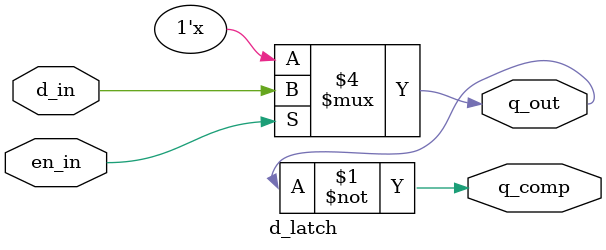
<source format=v>

module d_latch(
    input d_in, en_in,
    output reg q_out,
    output q_comp
    );

    assign q_comp = ~(q_out);

    always @(*)begin //Modern solution hai verilog ka, taki sare inputs nahi likhne pade
        if (en_in == 1)begin
            q_out <= d_in;
        end
    end
endmodule

//Agar mai bas en_in krdeta pehle ki tarah, to ye edge triggered ban jata. Always block tab hi run krta jab en_in 0-1 ya fir 1-0 hora hota isliye sare inputs include krne hote hai always block ke sensitivity list me
//always @(d_in or en_in)
</source>
